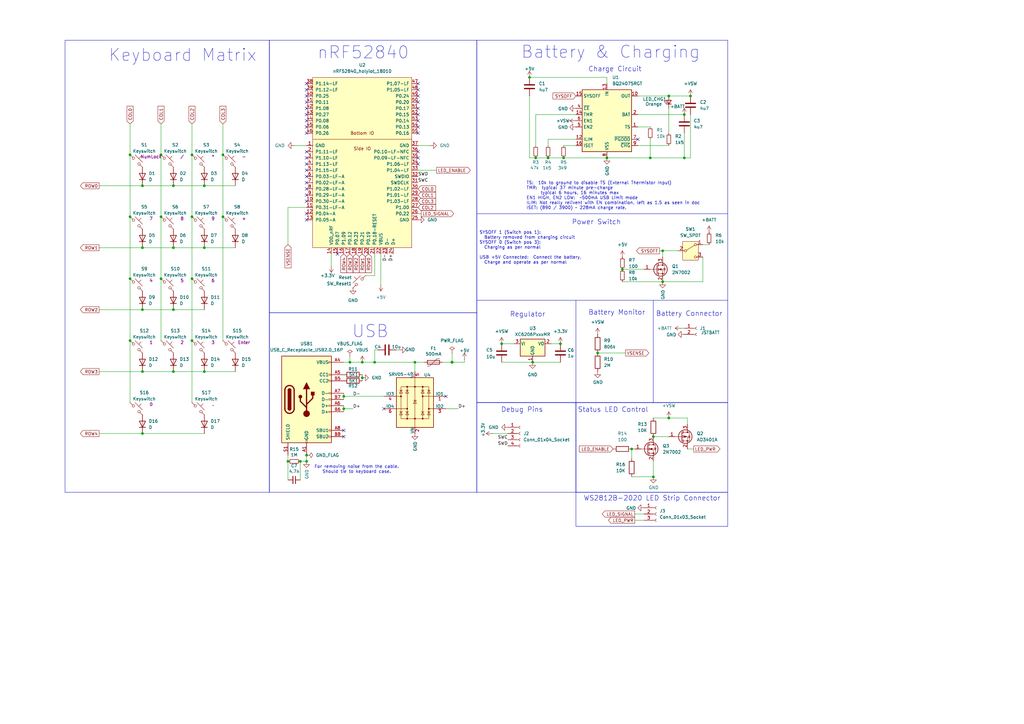
<source format=kicad_sch>
(kicad_sch (version 20231120) (generator "eeschema") (generator_version "8.0")
  (paper "A3")
  (junction (at 58.42 127))
  (junction (at 78.74 63.5))
  (junction (at 271.78 102.87))
  (junction (at 255.27 110.49))
  (junction (at 83.82 101.6))
  (junction (at 148.59 148.59))
  (junction (at 125.73 186.69))
  (junction (at 53.34 139.7))
  (junction (at 66.04 88.9))
  (junction (at 283.21 39.37))
  (junction (at 118.11 189.23))
  (junction (at 170.18 148.59))
  (junction (at 66.04 63.5))
  (junction (at 91.44 88.9))
  (junction (at 271.78 115.57))
  (junction (at 259.08 184.15))
  (junction (at 280.67 46.99))
  (junction (at 143.51 148.59))
  (junction (at 53.34 63.5))
  (junction (at 78.74 88.9))
  (junction (at 140.97 167.64))
  (junction (at 71.12 76.2))
  (junction (at 248.92 64.77))
  (junction (at 58.42 101.6))
  (junction (at 185.42 148.59) (diameter 1.016))
  (junction (at 218.44 148.59))
  (junction (at 217.17 31.75))
  (junction (at 148.59 154.94))
  (junction (at 91.44 63.5))
  (junction (at 267.97 179.07))
  (junction (at 53.34 88.9))
  (junction (at 224.79 64.77))
  (junction (at 71.12 127))
  (junction (at 83.82 152.4))
  (junction (at 58.42 76.2))
  (junction (at 280.67 64.77))
  (junction (at 71.12 101.6))
  (junction (at 123.19 189.23))
  (junction (at 153.67 148.59))
  (junction (at 53.34 114.3))
  (junction (at 231.14 64.77))
  (junction (at 229.87 140.97))
  (junction (at 78.74 114.3))
  (junction (at 66.04 114.3))
  (junction (at 125.73 189.23))
  (junction (at 205.74 140.97))
  (junction (at 58.42 152.4))
  (junction (at 266.7 64.77))
  (junction (at 274.32 39.37))
  (junction (at 219.71 64.77))
  (junction (at 78.74 139.7))
  (junction (at 274.32 171.45))
  (junction (at 58.42 177.8))
  (junction (at 140.97 162.56))
  (junction (at 83.82 76.2))
  (junction (at 71.12 152.4))
  (junction (at 267.97 195.58))
  (junction (at 245.11 144.78))
  (no_connect (at 171.45 52.07))
  (no_connect (at 125.73 72.39))
  (no_connect (at 171.45 34.29))
  (no_connect (at 125.73 77.47))
  (no_connect (at 261.62 57.15))
  (no_connect (at 125.73 34.29))
  (no_connect (at 125.73 44.45))
  (no_connect (at 157.48 167.64))
  (no_connect (at 171.45 46.99))
  (no_connect (at 125.73 80.01))
  (no_connect (at 125.73 87.63))
  (no_connect (at 125.73 52.07))
  (no_connect (at 171.45 67.31))
  (no_connect (at 125.73 49.53))
  (no_connect (at 171.45 64.77))
  (no_connect (at 125.73 39.37))
  (no_connect (at 140.97 179.07))
  (no_connect (at 171.45 49.53))
  (no_connect (at 125.73 74.93))
  (no_connect (at 125.73 41.91))
  (no_connect (at 171.45 39.37))
  (no_connect (at 171.45 36.83))
  (no_connect (at 125.73 54.61))
  (no_connect (at 171.45 54.61))
  (no_connect (at 125.73 62.23))
  (no_connect (at 138.43 104.14))
  (no_connect (at 125.73 67.31))
  (no_connect (at 171.45 44.45))
  (no_connect (at 171.45 41.91))
  (no_connect (at 182.88 162.56))
  (no_connect (at 125.73 69.85))
  (no_connect (at 125.73 82.55))
  (no_connect (at 125.73 46.99))
  (no_connect (at 125.73 64.77))
  (no_connect (at 125.73 90.17))
  (no_connect (at 171.45 62.23))
  (no_connect (at 140.97 176.53))
  (no_connect (at 125.73 36.83))
  (wire (pts (xy 261.62 59.69) (xy 274.32 59.69)))
  (wire (pts (xy 245.11 144.78) (xy 256.54 144.78)))
  (wire (pts (xy 71.12 152.4) (xy 83.82 152.4)))
  (wire (pts (xy 118.11 85.09) (xy 118.11 100.33)))
  (wire (pts (xy 53.34 114.3) (xy 53.34 139.7)))
  (wire (pts (xy 274.32 179.07) (xy 267.97 179.07)))
  (wire (pts (xy 274.32 39.37) (xy 283.21 39.37)))
  (wire (pts (xy 201.93 177.8) (xy 208.28 177.8)))
  (wire (pts (xy 120.65 59.69) (xy 125.73 59.69)))
  (wire (pts (xy 78.74 88.9) (xy 78.74 114.3)))
  (wire (pts (xy 78.74 114.3) (xy 78.74 139.7)))
  (wire (pts (xy 224.79 57.15) (xy 224.79 59.69)))
  (wire (pts (xy 148.59 153.67) (xy 148.59 154.94)))
  (wire (pts (xy 58.42 101.6) (xy 71.12 101.6)))
  (wire (pts (xy 91.44 88.9) (xy 91.44 139.7)))
  (wire (pts (xy 71.12 101.6) (xy 83.82 101.6)))
  (wire (pts (xy 153.67 104.14) (xy 153.67 113.03)))
  (wire (pts (xy 58.42 101.6) (xy 40.64 101.6)))
  (wire (pts (xy 140.97 161.29) (xy 140.97 162.56)))
  (wire (pts (xy 171.45 87.63) (xy 172.72 87.63)))
  (wire (pts (xy 140.97 162.56) (xy 157.48 162.56)))
  (wire (pts (xy 217.17 31.75) (xy 248.92 31.75)))
  (wire (pts (xy 231.14 64.77) (xy 248.92 64.77)))
  (wire (pts (xy 53.34 50.8) (xy 53.34 63.5)))
  (wire (pts (xy 123.19 196.85) (xy 123.19 189.23)))
  (wire (pts (xy 154.94 143.51) (xy 153.67 143.51)))
  (wire (pts (xy 190.5 147.32) (xy 190.5 148.59)))
  (wire (pts (xy 218.44 148.59) (xy 229.87 148.59)))
  (wire (pts (xy 91.44 50.8) (xy 91.44 63.5)))
  (wire (pts (xy 58.42 152.4) (xy 40.64 152.4)))
  (wire (pts (xy 260.35 213.36) (xy 264.16 213.36)))
  (wire (pts (xy 217.17 39.37) (xy 217.17 64.77)))
  (wire (pts (xy 143.51 148.59) (xy 148.59 148.59)))
  (wire (pts (xy 261.62 46.99) (xy 280.67 46.99)))
  (wire (pts (xy 236.22 46.99) (xy 219.71 46.99)))
  (wire (pts (xy 205.74 148.59) (xy 218.44 148.59)))
  (wire (pts (xy 274.32 44.45) (xy 274.32 54.61)))
  (wire (pts (xy 58.42 76.2) (xy 71.12 76.2)))
  (wire (pts (xy 185.42 148.59) (xy 190.5 148.59)))
  (wire (pts (xy 83.82 76.2) (xy 96.52 76.2)))
  (polyline (pts (xy 267.97 123.19) (xy 267.97 165.1)))
  (wire (pts (xy 259.08 184.15) (xy 260.35 184.15)))
  (wire (pts (xy 153.67 143.51) (xy 153.67 148.59)))
  (wire (pts (xy 171.45 69.85) (xy 179.07 69.85)))
  (wire (pts (xy 181.61 148.59) (xy 185.42 148.59)))
  (wire (pts (xy 66.04 63.5) (xy 66.04 88.9)))
  (wire (pts (xy 58.42 152.4) (xy 71.12 152.4)))
  (wire (pts (xy 162.56 143.51) (xy 163.83 143.51)))
  (wire (pts (xy 58.42 127) (xy 40.64 127)))
  (wire (pts (xy 71.12 76.2) (xy 83.82 76.2)))
  (wire (pts (xy 148.59 148.59) (xy 153.67 148.59)))
  (wire (pts (xy 270.51 102.87) (xy 271.78 102.87)))
  (wire (pts (xy 255.27 115.57) (xy 271.78 115.57)))
  (wire (pts (xy 266.7 57.15) (xy 266.7 64.77)))
  (wire (pts (xy 58.42 127) (xy 71.12 127)))
  (wire (pts (xy 205.74 140.97) (xy 210.82 140.97)))
  (wire (pts (xy 140.97 162.56) (xy 140.97 163.83)))
  (wire (pts (xy 153.67 148.59) (xy 170.18 148.59)))
  (wire (pts (xy 78.74 63.5) (xy 78.74 88.9)))
  (wire (pts (xy 58.42 177.8) (xy 40.64 177.8)))
  (wire (pts (xy 140.97 166.37) (xy 140.97 167.64)))
  (polyline (pts (xy 195.58 87.63) (xy 298.45 87.63)))
  (wire (pts (xy 231.14 59.69) (xy 236.22 59.69)))
  (wire (pts (xy 148.59 154.94) (xy 148.59 156.21)))
  (wire (pts (xy 281.94 184.15) (xy 284.48 184.15)))
  (wire (pts (xy 260.35 210.82) (xy 264.16 210.82)))
  (wire (pts (xy 140.97 167.64) (xy 140.97 168.91)))
  (wire (pts (xy 283.21 46.99) (xy 283.21 64.77)))
  (wire (pts (xy 91.44 63.5) (xy 91.44 88.9)))
  (wire (pts (xy 219.71 64.77) (xy 224.79 64.77)))
  (wire (pts (xy 259.08 195.58) (xy 267.97 195.58)))
  (polyline (pts (xy 236.22 123.19) (xy 236.22 165.1)))
  (wire (pts (xy 288.29 115.57) (xy 288.29 105.41)))
  (wire (pts (xy 78.74 139.7) (xy 78.74 165.1)))
  (wire (pts (xy 83.82 101.6) (xy 96.52 101.6)))
  (wire (pts (xy 53.34 88.9) (xy 53.34 114.3)))
  (wire (pts (xy 182.88 167.64) (xy 187.96 167.64)))
  (wire (pts (xy 219.71 46.99) (xy 219.71 59.69)))
  (wire (pts (xy 261.62 39.37) (xy 274.32 39.37)))
  (wire (pts (xy 40.64 76.2) (xy 58.42 76.2)))
  (wire (pts (xy 185.42 144.78) (xy 185.42 148.59)))
  (wire (pts (xy 271.78 102.87) (xy 278.13 102.87)))
  (wire (pts (xy 118.11 85.09) (xy 125.73 85.09)))
  (wire (pts (xy 149.86 113.03) (xy 153.67 113.03)))
  (wire (pts (xy 118.11 189.23) (xy 118.11 196.85)))
  (wire (pts (xy 280.67 64.77) (xy 283.21 64.77)))
  (wire (pts (xy 123.19 189.23) (xy 125.73 189.23)))
  (wire (pts (xy 255.27 110.49) (xy 264.16 110.49)))
  (wire (pts (xy 266.7 64.77) (xy 280.67 64.77)))
  (polyline (pts (xy 195.58 123.19) (xy 298.45 123.19)))
  (wire (pts (xy 135.89 104.14) (xy 135.89 109.22)))
  (wire (pts (xy 118.11 186.69) (xy 118.11 189.23)))
  (wire (pts (xy 267.97 171.45) (xy 274.32 171.45)))
  (wire (pts (xy 58.42 177.8) (xy 83.82 177.8)))
  (wire (pts (xy 170.18 148.59) (xy 173.99 148.59)))
  (wire (pts (xy 156.21 104.14) (xy 156.21 116.84)))
  (wire (pts (xy 143.51 146.05) (xy 143.51 148.59)))
  (wire (pts (xy 53.34 63.5) (xy 53.34 88.9)))
  (wire (pts (xy 226.06 140.97) (xy 229.87 140.97)))
  (wire (pts (xy 271.78 102.87) (xy 271.78 105.41)))
  (wire (pts (xy 53.34 139.7) (xy 53.34 165.1)))
  (wire (pts (xy 66.04 88.9) (xy 66.04 114.3)))
  (wire (pts (xy 271.78 115.57) (xy 288.29 115.57)))
  (wire (pts (xy 170.18 148.59) (xy 170.18 152.4)))
  (wire (pts (xy 281.94 171.45) (xy 281.94 173.99)))
  (wire (pts (xy 259.08 184.15) (xy 259.08 187.96)))
  (wire (pts (xy 125.73 186.69) (xy 125.73 189.23)))
  (wire (pts (xy 171.45 59.69) (xy 176.53 59.69)))
  (wire (pts (xy 279.4 134.62) (xy 280.67 134.62)))
  (wire (pts (xy 261.62 52.07) (xy 266.7 52.07)))
  (wire (pts (xy 83.82 152.4) (xy 96.52 152.4)))
  (wire (pts (xy 224.79 64.77) (xy 231.14 64.77)))
  (wire (pts (xy 288.29 100.33) (xy 290.83 100.33)))
  (wire (pts (xy 248.92 64.77) (xy 266.7 64.77)))
  (wire (pts (xy 248.92 31.75) (xy 248.92 34.29)))
  (wire (pts (xy 66.04 114.3) (xy 66.04 139.7)))
  (wire (pts (xy 140.97 148.59) (xy 143.51 148.59)))
  (wire (pts (xy 217.17 64.77) (xy 219.71 64.77)))
  (wire (pts (xy 71.12 127) (xy 83.82 127)))
  (wire (pts (xy 236.22 57.15) (xy 224.79 57.15)))
  (wire (pts (xy 274.32 171.45) (xy 281.94 171.45)))
  (wire (pts (xy 267.97 189.23) (xy 267.97 195.58)))
  (wire (pts (xy 66.04 50.8) (xy 66.04 63.5)))
  (wire (pts (xy 140.97 167.64) (xy 144.78 167.64)))
  (wire (pts (xy 280.67 54.61) (xy 280.67 64.77)))
  (wire (pts (xy 78.74 50.8) (xy 78.74 63.5)))
  (rectangle (start 236.22 201.93) (end 298.45 215.9))
  (rectangle (start 236.22 165.1) (end 298.45 201.93))
  (rectangle (start 195.58 16.51) (end 298.45 165.1))
  (rectangle (start 110.49 128.27) (end 195.58 201.93))
  (rectangle (start 195.58 165.1) (end 236.22 201.93))
  (rectangle (start 110.49 16.51) (end 195.58 128.27))
  (rectangle (start 26.67 16.51) (end 110.49 201.93))
  (text "Status LED Control" (at 251.46 168.148 0) (effects (font (size 2 2))))
  (text "WS2812B-2020 LED Strip Connector\n" (at 267.462 204.47 0) (effects (font (size 2 2))))
  (text "USB" (at 144.272 138.938 0) (effects (font (size 5.0038 5.0038)) (justify left bottom)))
  (text "Battery & Charging" (at 250.444 24.384 0) (effects (font (size 5.0038 5.0038)) (justify bottom)))
  (text "nRF52840" (at 130.048 24.638 0) (effects (font (size 5.0038 5.0038)) (justify left bottom)))
  (text "Charge Circuit" (at 252.222 28.448 0) (effects (font (size 2 2))))
  (text "Battery Connector" (at 282.702 128.778 0) (effects (font (size 2 2))))
  (text "Power Switch" (at 244.602 91.186 0) (effects (font (size 2 2))))
  (text "Keyboard Matrix" (at 44.45 25.654 0) (effects (font (size 5.0038 5.0038)) (justify left bottom)))
  (text "SYSOFF 1 (Switch pos 1):  \n  Battery removed from charging circuit\nSYSOFF 0 (Switch pos 3):  \n  Charging as per normal\n\nUSB +5V Connected:  Connect the battery, \n  Charge and operate as per normal" (at 196.596 101.6 0) (effects (font (size 1.27 1.27)) (justify left)))
  (text "Debug Pins" (at 214.122 168.148 0) (effects (font (size 2 2))))
  (text "For removing noise from the cable.\nShould tie to keyboard case." (at 146.304 192.532 0) (effects (font (size 1.27 1.27))))
  (text "Battery Monitor" (at 252.984 128.27 0) (effects (font (size 2 2))))
  (text "Regulator" (at 216.408 129.032 0) (effects (font (size 2 2))))
  (text "TS:  10k to ground to disable TS (External Thermistor Input)\nTMR:  typical 37 minute pre-charge\n      typical 6 hours, 16 minutes max\nEN1 HIGH, EN2 LOW:  ~500mA USB Limit mode\nILIM: Not really relivent with EN combination, left as 1.5 as seen in doc\nISET: (890 / 3900) ~ 228mA charge rate." (at 215.9 80.264 0) (effects (font (size 1.27 1.27)) (justify left)))
  (label "SWD" (at 171.45 72.39 0))
  (label "SWC" (at 171.45 74.93 0))
  (label "SWD" (at 208.28 182.88 180))
  (label "D+" (at 187.96 167.64 0))
  (label "D+" (at 144.78 167.64 0))
  (label "D-" (at 158.75 104.14 270))
  (label "D-" (at 144.78 162.56 0))
  (label "SWC" (at 208.28 180.34 180))
  (label "D+" (at 161.29 104.14 270))
  (global_label "COL3" (shape input) (at 171.45 82.55 0) (property "Intersheetrefs" "${INTERSHEET_REFS}" (effects (hide yes))))
  (global_label "LED_ENABLE" (shape output) (at 179.07 69.85 0) (property "Intersheetrefs" "${INTERSHEET_REFS}" (effects (hide yes))))
  (global_label "LED_ENABLE" (shape input) (at 251.46 184.15 180) (property "Intersheetrefs" "${INTERSHEET_REFS}" (effects (hide yes))))
  (global_label "VSENSE" (shape input) (at 118.11 100.33 270) (property "Intersheetrefs" "${INTERSHEET_REFS}" (effects (hide yes))))
  (global_label "ROW0" (shape output) (at 40.64 76.2 180) (property "Intersheetrefs" "${INTERSHEET_REFS}" (effects (hide yes))))
  (global_label "ROW1" (shape input) (at 148.59 104.14 270) (property "Intersheetrefs" "${INTERSHEET_REFS}" (effects (hide yes))))
  (global_label "COL1" (shape input) (at 171.45 80.01 0) (property "Intersheetrefs" "${INTERSHEET_REFS}" (effects (hide yes))))
  (global_label "ROW2" (shape input) (at 146.05 104.14 270) (property "Intersheetrefs" "${INTERSHEET_REFS}" (effects (hide yes))))
  (global_label "SYSOFF" (shape input) (at 236.22 39.37 180) (property "Intersheetrefs" "${INTERSHEET_REFS}" (effects (hide yes))))
  (global_label "COL1" (shape input) (at 66.04 50.8 90) (property "Intersheetrefs" "${INTERSHEET_REFS}" (effects (hide yes))))
  (global_label "ROW4" (shape input) (at 140.97 104.14 270) (property "Intersheetrefs" "${INTERSHEET_REFS}" (effects (hide yes))))
  (global_label "COL2" (shape input) (at 171.45 85.09 0) (property "Intersheetrefs" "${INTERSHEET_REFS}" (effects (hide yes))))
  (global_label "VSENSE" (shape output) (at 256.54 144.78 0) (property "Intersheetrefs" "${INTERSHEET_REFS}" (effects (hide yes))))
  (global_label "LED_PWR" (shape output) (at 284.48 184.15 0) (property "Intersheetrefs" "${INTERSHEET_REFS}" (effects (hide yes))))
  (global_label "ROW3" (shape output) (at 40.64 152.4 180) (property "Intersheetrefs" "${INTERSHEET_REFS}" (effects (hide yes))))
  (global_label "ROW0" (shape input) (at 151.13 104.14 270) (property "Intersheetrefs" "${INTERSHEET_REFS}" (effects (hide yes))))
  (global_label "LED_SIGNAL" (shape output) (at 172.72 87.63 0) (property "Intersheetrefs" "${INTERSHEET_REFS}" (effects (hide yes))))
  (global_label "LED_SIGNAL" (shape output) (at 260.35 210.82 180) (property "Intersheetrefs" "${INTERSHEET_REFS}" (effects (hide yes))))
  (global_label "COL3" (shape input) (at 91.44 50.8 90) (property "Intersheetrefs" "${INTERSHEET_REFS}" (effects (hide yes))))
  (global_label "ROW4" (shape output) (at 40.64 177.8 180) (property "Intersheetrefs" "${INTERSHEET_REFS}" (effects (hide yes))))
  (global_label "LED_PWR" (shape output) (at 260.35 213.36 180) (property "Intersheetrefs" "${INTERSHEET_REFS}" (effects (hide yes))))
  (global_label "SYSOFF" (shape output) (at 270.51 102.87 180) (property "Intersheetrefs" "${INTERSHEET_REFS}" (effects (hide yes))))
  (global_label "COL0" (shape input) (at 53.34 50.8 90) (property "Intersheetrefs" "${INTERSHEET_REFS}" (effects (hide yes))))
  (global_label "ROW1" (shape output) (at 40.64 101.6 180) (property "Intersheetrefs" "${INTERSHEET_REFS}" (effects (hide yes))))
  (global_label "ROW2" (shape output) (at 40.64 127 180) (property "Intersheetrefs" "${INTERSHEET_REFS}" (effects (hide yes))))
  (global_label "COL2" (shape input) (at 78.74 50.8 90) (property "Intersheetrefs" "${INTERSHEET_REFS}" (effects (hide yes))))
  (global_label "COL0" (shape input) (at 171.45 77.47 0) (property "Intersheetrefs" "${INTERSHEET_REFS}" (effects (hide yes))))
  (global_label "ROW3" (shape input) (at 143.51 104.14 270) (property "Intersheetrefs" "${INTERSHEET_REFS}" (effects (hide yes))))
  (symbol (lib_id "ScottoKeebs:Placeholder_Keyswitch") (at 68.58 142.24 0) (unit 1)
    (property "Reference" "S13" (at 71.882 135.636 0))
    (property "Value" "Keyswitch" (at 71.882 138.176 0))
    (property "Footprint" "PCM_marbastlib-xp-gateron_lp:SW_KS33_HS_KS-2P02B01-02_HS_1u" (effects (hide yes)))
    (property "Description" "2" (at 74.676 140.462 0))
  )
  (symbol (lib_id "ScottoKeebs:Placeholder_Keyswitch") (at 68.58 66.04 0) (unit 1)
    (property "Reference" "S2" (at 71.882 59.436 0))
    (property "Value" "Keyswitch" (at 71.882 61.976 0))
    (property "Footprint" "PCM_marbastlib-xp-gateron_lp:SW_KS33_HS_KS-2P02B01-02_HS_1u" (effects (hide yes)))
    (property "Description" "/" (at 74.676 64.262 0))
  )
  (symbol (lib_id "power:GND") (at 148.59 154.94 90) (unit 1)
    (property "Reference" "#PWR027" (effects (hide yes)))
    (property "Value" "GND" (at 152.4 154.9399 90) (effects (justify right)))
    (property "Description" "Power symbol creates a global label with name \"GND\" , ground" (effects (hide yes)))
  )
  (symbol (lib_id "Transistor_FET:2N7002") (at 269.24 110.49 0) (unit 1)
    (property "Reference" "Q1" (at 275.59 109.2199 0) (effects (justify left)))
    (property "Value" "2N7002" (at 275.59 111.7599 0) (effects (justify left)))
    (property "Footprint" "Package_TO_SOT_SMD:SOT-23" (effects (hide yes)))
    (property "Datasheet" "https://www.onsemi.com/pub/Collateral/NDS7002A-D.PDF" (effects (hide yes)))
    (property "Description" "0.115A Id, 60V Vds, N-Channel MOSFET, SOT-23" (effects (hide yes)))
  )
  (symbol (lib_id "Device:R_Small") (at 231.14 62.23 0) (unit 1)
    (property "Reference" "R5" (at 231.14 66.548 0))
    (property "Value" "3k9" (at 228.854 68.834 0) (effects (justify left)))
    (property "Footprint" "Resistor_SMD:R_0603_1608Metric_Pad0.98x0.95mm_HandSolder" (effects (hide yes)))
    (property "Description" "Resistor, small symbol" (effects (hide yes)))
  )
  (symbol (lib_id "power:GND") (at 163.83 143.51 90) (unit 1)
    (property "Reference" "#PWR022" (effects (hide yes)))
    (property "Value" "GND" (at 168.2242 143.383 90))
  )
  (symbol (lib_id "Device:R_Small") (at 219.71 62.23 0) (unit 1)
    (property "Reference" "R3" (at 219.71 66.548 0))
    (property "Value" "47k" (at 217.424 68.834 0) (effects (justify left)))
    (property "Footprint" "Resistor_SMD:R_0603_1608Metric_Pad0.98x0.95mm_HandSolder" (effects (hide yes)))
    (property "Description" "Resistor, small symbol" (effects (hide yes)))
  )
  (symbol (lib_id "Device:D") (at 83.82 173.99 90) (unit 1)
    (property "Reference" "D17" (at 86.36 172.7199 90) (effects (justify right)))
    (property "Value" "D" (at 86.36 175.2599 90) (effects (justify right)))
    (property "Footprint" "ScottoKeebs_Components:Diode_SOD-123" (effects (hide yes)))
    (property "Description" "Diode" (effects (hide yes)))
    (property "Sim.Device" "D" (effects (hide yes)))
    (property "Sim.Pins" "1=K 2=A" (effects (hide yes)))
  )
  (symbol (lib_id "Connector:Conn_01x02_Socket") (at 285.75 134.62 0) (unit 1)
    (property "Reference" "J1" (at 287.02 134.6199 0) (effects (justify left)))
    (property "Value" "JSTBATT" (at 287.528 136.398 0) (effects (justify left)))
    (property "Footprint" "Connector_JST:JST_PH_S2B-PH-K_1x02_P2.00mm_Horizontal" (effects (hide yes)))
    (property "Description" "Generic connector, single row, 01x02, script generated" (effects (hide yes)))
  )
  (symbol (lib_id "power:PWR_FLAG") (at 185.42 144.78 0) (unit 1)
    (property "Reference" "#FLG01" (effects (hide yes)))
    (property "Value" "PWR_FLAG" (at 185.42 139.7 0))
    (property "Description" "Special symbol for telling ERC where power comes from" (effects (hide yes)))
  )
  (symbol (lib_id "Device:D") (at 58.42 148.59 90) (unit 1)
    (property "Reference" "D12" (at 60.96 147.3199 90) (effects (justify right)))
    (property "Value" "D" (at 60.96 149.8599 90) (effects (justify right)))
    (property "Footprint" "ScottoKeebs_Components:Diode_SOD-123" (effects (hide yes)))
    (property "Description" "Diode" (effects (hide yes)))
    (property "Sim.Device" "D" (effects (hide yes)))
    (property "Sim.Pins" "1=K 2=A" (effects (hide yes)))
  )
  (symbol (lib_id "power:+5V") (at 255.27 105.41 0) (unit 1)
    (property "Reference" "#PWR012" (effects (hide yes)))
    (property "Value" "+5V" (at 255.27 100.33 0))
    (property "Description" "Power symbol creates a global label with name \"+5V\"" (effects (hide yes)))
  )
  (symbol (lib_id "Device:C") (at 280.67 50.8 0) (unit 1)
    (property "Reference" "C3" (at 284.48 49.5299 0) (effects (justify left)))
    (property "Value" "4u7" (at 284.48 52.0699 0) (effects (justify left)))
    (property "Footprint" "Capacitor_SMD:C_0603_1608Metric" (effects (hide yes)))
    (property "Description" "Unpolarized capacitor" (effects (hide yes)))
  )
  (symbol (lib_id "Connector:Conn_01x04_Socket") (at 213.36 177.8 0) (unit 1)
    (property "Reference" "J2" (at 214.63 177.7999 0) (effects (justify left)))
    (property "Value" "Conn_01x04_Socket" (at 214.63 180.3399 0) (effects (justify left)))
    (property "Footprint" "Connector_PinHeader_2.54mm:PinHeader_1x04_P2.54mm_Vertical" (effects (hide yes)))
    (property "Description" "Generic connector, single row, 01x04, script generated" (effects (hide yes)))
  )
  (symbol (lib_id "Device:C") (at 158.75 143.51 270) (unit 1)
    (property "Reference" "C4" (at 154.94 142.24 90))
    (property "Value" "10u" (at 162.56 142.24 90))
    (property "Footprint" "Capacitor_SMD:C_0603_1608Metric" (effects (hide yes)))
    (property "JLCSMT" "C19702" (effects (hide yes)))
    (property "LCSC" "C19702" (effects (hide yes)))
    (property "MPN" "CL10A106KP8NNNC" (effects (hide yes)))
    (property "Manufacturer" "Samsung Electro-Mechanics" (effects (hide yes)))
  )
  (symbol (lib_id "Device:D") (at 96.52 72.39 90) (unit 1)
    (property "Reference" "D4" (at 99.06 71.1199 90) (effects (justify right)))
    (property "Value" "D" (at 99.06 73.6599 90) (effects (justify right)))
    (property "Footprint" "ScottoKeebs_Components:Diode_SOD-123" (effects (hide yes)))
    (property "Description" "Diode" (effects (hide yes)))
    (property "Sim.Device" "D" (effects (hide yes)))
    (property "Sim.Pins" "1=K 2=A" (effects (hide yes)))
  )
  (symbol (lib_id "ScottoKeebs:Placeholder_Keyswitch") (at 68.58 91.44 0) (unit 1)
    (property "Reference" "S6" (at 71.882 84.836 0))
    (property "Value" "Keyswitch" (at 71.882 87.376 0))
    (property "Footprint" "PCM_marbastlib-xp-gateron_lp:SW_KS33_HS_KS-2P02B01-02_HS_1u" (effects (hide yes)))
    (property "Description" "8" (at 74.676 89.662 0))
  )
  (symbol (lib_id "power:+BATT") (at 290.83 95.25 0) (unit 1)
    (property "Reference" "#PWR011" (effects (hide yes)))
    (property "Value" "+BATT" (at 290.83 90.17 0))
    (property "Description" "Power symbol creates a global label with name \"+BATT\"" (effects (hide yes)))
  )
  (symbol (lib_id "power:GND") (at 271.78 115.57 0) (unit 1)
    (property "Reference" "#PWR014" (effects (hide yes)))
    (property "Value" "GND" (at 271.907 118.8212 90) (effects (justify right)))
  )
  (symbol (lib_id "power:GND") (at 208.28 175.26 270) (unit 1)
    (property "Reference" "#PWR029" (effects (hide yes)))
    (property "Value" "GND" (at 204.47 175.2599 90) (effects (justify right)))
    (property "Description" "Power symbol creates a global label with name \"GND\" , ground" (effects (hide yes)))
  )
  (symbol (lib_id "power:+5V") (at 156.21 116.84 180) (unit 1)
    (property "Reference" "#PWR015" (effects (hide yes)))
    (property "Value" "+5V" (at 156.21 121.92 0))
    (property "Description" "Power symbol creates a global label with name \"+5V\"" (effects (hide yes)))
  )
  (symbol (lib_id "power:GND") (at 236.22 52.07 270) (unit 1)
    (property "Reference" "#PWR06" (effects (hide yes)))
    (property "Value" "GND" (at 232.9688 52.197 90) (effects (justify right)))
  )
  (symbol (lib_id "ScottoKeebs:Placeholder_Keyswitch") (at 55.88 91.44 0) (unit 1)
    (property "Reference" "S5" (at 59.182 84.836 0))
    (property "Value" "Keyswitch" (at 59.182 87.376 0))
    (property "Footprint" "PCM_marbastlib-xp-gateron_lp:SW_KS33_HS_KS-2P02B01-02_HS_1u" (effects (hide yes)))
    (property "Description" "7" (at 61.976 89.662 0))
  )
  (symbol (lib_id "power:GND") (at 264.16 208.28 270) (unit 1)
    (property "Reference" "#PWR034" (effects (hide yes)))
    (property "Value" "GND" (at 260.9088 208.407 90) (effects (justify right)))
  )
  (symbol (lib_id "Switch:SW_SPDT") (at 283.21 102.87 0) (unit 1)
    (property "Reference" "SW1" (at 283.21 93.98 0))
    (property "Value" "SW_SPDT" (at 283.21 96.52 0))
    (property "Footprint" "PCM_marbastlib-various:SW_MSK12C02-HB" (effects (hide yes)))
    (property "Description" "Switch, single pole double throw" (effects (hide yes)))
  )
  (symbol (lib_id "Device:R") (at 144.78 156.21 90) (unit 1)
    (property "Reference" "R12" (at 144.78 158.242 90))
    (property "Value" "5K1" (at 145.034 156.21 90))
    (property "Footprint" "Resistor_SMD:R_0603_1608Metric_Pad0.98x0.95mm_HandSolder" (effects (hide yes)))
    (property "Description" "Resistor" (effects (hide yes)))
  )
  (symbol (lib_id "Device:D") (at 96.52 148.59 90) (unit 1)
    (property "Reference" "D15" (at 99.06 147.3199 90) (effects (justify right)))
    (property "Value" "D" (at 99.06 149.8599 90) (effects (justify right)))
    (property "Footprint" "ScottoKeebs_Components:Diode_SOD-123" (effects (hide yes)))
    (property "Description" "Diode" (effects (hide yes)))
    (property "Sim.Device" "D" (effects (hide yes)))
    (property "Sim.Pins" "1=K 2=A" (effects (hide yes)))
  )
  (symbol (lib_id "power:+BATT") (at 279.4 134.62 90) (unit 1)
    (property "Reference" "#PWR017" (effects (hide yes)))
    (property "Value" "+BATT" (at 275.59 134.6199 90) (effects (justify left)))
    (property "Description" "Power symbol creates a global label with name \"+BATT\"" (effects (hide yes)))
  )
  (symbol (lib_id "power:+5V") (at 190.5 147.32 0) (unit 1)
    (property "Reference" "#PWR023" (effects (hide yes)))
    (property "Value" "+5V" (at 190.5 143.7726 0))
  )
  (symbol (lib_id "ScottoKeebs:Placeholder_Keyswitch") (at 55.88 142.24 0) (unit 1)
    (property "Reference" "S12" (at 59.182 135.636 0))
    (property "Value" "Keyswitch" (at 59.182 138.176 0))
    (property "Footprint" "PCM_marbastlib-xp-gateron_lp:SW_KS33_HS_KS-2P02B01-02_HS_1u" (effects (hide yes)))
    (property "Description" "1" (at 61.976 140.462 0))
  )
  (symbol (lib_id "ScottoKeebs:Placeholder_Keyswitch") (at 81.28 116.84 0) (unit 1)
    (property "Reference" "S11" (at 84.582 110.236 0))
    (property "Value" "Keyswitch" (at 84.582 112.776 0))
    (property "Footprint" "PCM_marbastlib-xp-gateron_lp:SW_KS33_HS_KS-2P02B01-02_HS_1u" (effects (hide yes)))
    (property "Description" "6" (at 87.376 115.062 0))
  )
  (symbol (lib_id "Device:D") (at 83.82 97.79 90) (unit 1)
    (property "Reference" "D7" (at 86.36 96.5199 90) (effects (justify right)))
    (property "Value" "D" (at 86.36 99.0599 90) (effects (justify right)))
    (property "Footprint" "ScottoKeebs_Components:Diode_SOD-123" (effects (hide yes)))
    (property "Description" "Diode" (effects (hide yes)))
    (property "Sim.Device" "D" (effects (hide yes)))
    (property "Sim.Pins" "1=K 2=A" (effects (hide yes)))
  )
  (symbol (lib_id "Device:D") (at 58.42 97.79 90) (unit 1)
    (property "Reference" "D5" (at 60.96 96.5199 90) (effects (justify right)))
    (property "Value" "D" (at 60.96 99.0599 90) (effects (justify right)))
    (property "Footprint" "ScottoKeebs_Components:Diode_SOD-123" (effects (hide yes)))
    (property "Description" "Diode" (effects (hide yes)))
    (property "Sim.Device" "D" (effects (hide yes)))
    (property "Sim.Pins" "1=K 2=A" (effects (hide yes)))
  )
  (symbol (lib_id "power:GND") (at 245.11 152.4 0) (unit 1)
    (property "Reference" "#PWR026" (effects (hide yes)))
    (property "Value" "GND" (at 245.237 156.7942 0))
  )
  (symbol (lib_id "ScottoKeebs:Placeholder_Keyswitch") (at 55.88 167.64 0) (unit 1)
    (property "Reference" "S16" (at 59.182 161.036 0))
    (property "Value" "Keyswitch" (at 59.182 163.576 0))
    (property "Footprint" "PCM_marbastlib-xp-gateron_lp:SW_KS33_HS_KS-2P02B01-02_HS_1u" (effects (hide yes)))
    (property "Description" "0" (at 61.976 165.862 0))
  )
  (symbol (lib_id "power:GND") (at 176.53 59.69 90) (unit 1)
    (property "Reference" "#PWR08" (effects (hide yes)))
    (property "Value" "GND" (at 180.34 59.6899 90) (effects (justify right)))
    (property "Description" "Power symbol creates a global label with name \"GND\" , ground" (effects (hide yes)))
  )
  (symbol (lib_id "Device:D") (at 96.52 97.79 90) (unit 1)
    (property "Reference" "D8" (at 99.06 96.5199 90) (effects (justify right)))
    (property "Value" "D" (at 99.06 99.0599 90) (effects (justify right)))
    (property "Footprint" "ScottoKeebs_Components:Diode_SOD-123" (effects (hide yes)))
    (property "Description" "Diode" (effects (hide yes)))
    (property "Sim.Device" "D" (effects (hide yes)))
    (property "Sim.Pins" "1=K 2=A" (effects (hide yes)))
  )
  (symbol (lib_id "ScottoKeebs:Placeholder_Keyswitch") (at 93.98 91.44 0) (unit 1)
    (property "Reference" "S8" (at 97.282 84.836 0))
    (property "Value" "Keyswitch" (at 97.282 87.376 0))
    (property "Footprint" "PCM_marbastlib-xp-gateron_lp:SW_KS33_HS_KS-2P02B01-02_HS_1u" (effects (hide yes)))
    (property "Description" "+" (at 100.076 89.662 0))
  )
  (symbol (lib_id "Device:R") (at 267.97 175.26 0) (mirror y) (unit 1)
    (property "Reference" "R13" (at 265.43 173.9899 0) (effects (justify left)))
    (property "Value" "10K" (at 265.43 176.5299 0) (effects (justify left)))
    (property "Footprint" "Resistor_SMD:R_0603_1608Metric_Pad0.98x0.95mm_HandSolder" (effects (hide yes)))
    (property "Description" "Resistor" (effects (hide yes)))
  )
  (symbol (lib_id "Battery_Management:BQ24075RGT") (at 248.92 49.53 0) (unit 1)
    (property "Reference" "U1" (at 251.1141 31.75 0) (effects (justify left)))
    (property "Value" "BQ24075RGT" (at 251.1141 34.29 0) (effects (justify left)))
    (property "Footprint" "Package_DFN_QFN:VQFN-16-1EP_3x3mm_P0.5mm_EP1.6x1.6mm" (effects (hide yes)))
    (property "Datasheet" "http://www.ti.com/lit/ds/symlink/bq24075.pdf" (effects (hide yes)))
    (property "Description" "USB-Friendly Li-Ion Battery Charger and Power-Path Management, VQFN-16" (effects (hide yes)))
  )
  (symbol (lib_id "Device:R_Small") (at 290.83 97.79 0) (unit 1)
    (property "Reference" "R6" (at 293.37 96.5199 0) (effects (justify left)))
    (property "Value" "10k" (at 293.37 99.0599 0) (effects (justify left)))
    (property "Footprint" "Resistor_SMD:R_0603_1608Metric_Pad0.98x0.95mm_HandSolder" (effects (hide yes)))
    (property "Description" "Resistor, small symbol" (effects (hide yes)))
  )
  (symbol (lib_id "power:+VSW") (at 236.22 49.53 90) (unit 1)
    (property "Reference" "#PWR05" (effects (hide yes)))
    (property "Value" "+VSW" (at 230.886 49.53 90))
    (property "Description" "Power symbol creates a global label with name \"+VSW\"" (effects (hide yes)))
  )
  (symbol (lib_id "Device:C") (at 217.17 35.56 0) (unit 1)
    (property "Reference" "C1" (at 220.98 34.2899 0) (effects (justify left)))
    (property "Value" "4u7" (at 220.98 36.8299 0) (effects (justify left)))
    (property "Footprint" "Capacitor_SMD:C_0603_1608Metric" (effects (hide yes)))
    (property "Description" "Unpolarized capacitor" (effects (hide yes)))
  )
  (symbol (lib_id "Device:R_Small") (at 255.27 107.95 0) (unit 1)
    (property "Reference" "R7" (at 257.81 106.6799 0) (effects (justify left)))
    (property "Value" "100" (at 257.81 109.2199 0) (effects (justify left)))
    (property "Footprint" "Resistor_SMD:R_0603_1608Metric_Pad0.98x0.95mm_HandSolder" (effects (hide yes)))
    (property "Description" "Resistor, small symbol" (effects (hide yes)))
  )
  (symbol (lib_id "power:+VSW") (at 274.32 171.45 0) (unit 1)
    (property "Reference" "#PWR028" (effects (hide yes)))
    (property "Value" "+VSW" (at 274.32 166.37 0))
    (property "Description" "Power symbol creates a global label with name \"+VSW\"" (effects (hide yes)))
  )
  (symbol (lib_id "ScottoKeebs:Placeholder_Keyswitch") (at 93.98 66.04 0) (unit 1)
    (property "Reference" "S4" (at 97.282 59.436 0))
    (property "Value" "Keyswitch" (at 97.282 61.976 0))
    (property "Footprint" "PCM_marbastlib-xp-gateron_lp:SW_KS33_HS_KS-2P02B01-02_HS_1u" (effects (hide yes)))
    (property "Description" "-" (at 100.076 64.262 0))
  )
  (symbol (lib_id "Device:D") (at 71.12 148.59 90) (unit 1)
    (property "Reference" "D13" (at 73.66 147.3199 90) (effects (justify right)))
    (property "Value" "D" (at 73.66 149.8599 90) (effects (justify right)))
    (property "Footprint" "ScottoKeebs_Components:Diode_SOD-123" (effects (hide yes)))
    (property "Description" "Diode" (effects (hide yes)))
    (property "Sim.Device" "D" (effects (hide yes)))
    (property "Sim.Pins" "1=K 2=A" (effects (hide yes)))
  )
  (symbol (lib_id "ScottoKeebs:Placeholder_Keyswitch") (at 81.28 91.44 0) (unit 1)
    (property "Reference" "S7" (at 84.582 84.836 0))
    (property "Value" "Keyswitch" (at 84.582 87.376 0))
    (property "Footprint" "PCM_marbastlib-xp-gateron_lp:SW_KS33_HS_KS-2P02B01-02_HS_1u" (effects (hide yes)))
    (property "Description" "9" (at 87.376 89.662 0))
  )
  (symbol (lib_id "ScottoKeebs:Placeholder_Keyswitch") (at 81.28 142.24 0) (unit 1)
    (property "Reference" "S14" (at 84.582 135.636 0))
    (property "Value" "Keyswitch" (at 84.582 138.176 0))
    (property "Footprint" "PCM_marbastlib-xp-gateron_lp:SW_KS33_HS_KS-2P02B01-02_HS_1u" (effects (hide yes)))
    (property "Description" "3" (at 87.376 140.462 0))
  )
  (symbol (lib_id "power:+VSW") (at 205.74 140.97 0) (unit 1)
    (property "Reference" "#PWR020" (effects (hide yes)))
    (property "Value" "+VSW" (at 205.74 135.89 0))
    (property "Description" "Power symbol creates a global label with name \"+VSW\"" (effects (hide yes)))
  )
  (symbol (lib_id "Device:D") (at 58.42 123.19 90) (unit 1)
    (property "Reference" "D9" (at 60.96 121.9199 90) (effects (justify right)))
    (property "Value" "D" (at 60.96 124.4599 90) (effects (justify right)))
    (property "Footprint" "ScottoKeebs_Components:Diode_SOD-123" (effects (hide yes)))
    (property "Description" "Diode" (effects (hide yes)))
    (property "Sim.Device" "D" (effects (hide yes)))
    (property "Sim.Pins" "1=K 2=A" (effects (hide yes)))
  )
  (symbol (lib_id "Connector:USB_C_Receptacle_USB2.0_16P") (at 125.73 163.83 0) (unit 1)
    (property "Reference" "USB1" (at 125.73 140.97 0))
    (property "Value" "USB_C_Receptacle_USB2.0_16P" (at 125.73 143.51 0))
    (property "Footprint" "Connector_USB:USB_C_Receptacle_HRO_TYPE-C-31-M-12" (effects (hide yes)))
    (property "Datasheet" "https://www.usb.org/sites/default/files/documents/usb_type-c.zip" (effects (hide yes)))
    (property "Description" "USB 2.0-only 16P Type-C Receptacle connector" (effects (hide yes)))
  )
  (symbol (lib_id "Device:C_Small") (at 120.65 196.85 270) (unit 1)
    (property "Reference" "C7" (at 120.65 191.0334 90))
    (property "Value" "4.7n" (at 120.65 193.3448 90))
    (property "Footprint" "Capacitor_SMD:C_0805_2012Metric" (effects (hide yes)))
  )
  (symbol (lib_id "Device:R") (at 259.08 191.77 0) (mirror y) (unit 1)
    (property "Reference" "R16" (at 256.54 190.4999 0) (effects (justify left)))
    (property "Value" "10K" (at 256.54 193.0399 0) (effects (justify left)))
    (property "Footprint" "Resistor_SMD:R_0603_1608Metric_Pad0.98x0.95mm_HandSolder" (effects (hide yes)))
    (property "Description" "Resistor" (effects (hide yes)))
  )
  (symbol (lib_id "Device:D") (at 83.82 148.59 90) (unit 1)
    (property "Reference" "D14" (at 86.36 147.3199 90) (effects (justify right)))
    (property "Value" "D" (at 86.36 149.8599 90) (effects (justify right)))
    (property "Footprint" "ScottoKeebs_Components:Diode_SOD-123" (effects (hide yes)))
    (property "Description" "Diode" (effects (hide yes)))
    (property "Sim.Device" "D" (effects (hide yes)))
    (property "Sim.Pins" "1=K 2=A" (effects (hide yes)))
  )
  (symbol (lib_id "power:+3.3V") (at 135.89 109.22 180) (unit 1)
    (property "Reference" "#PWR013" (effects (hide yes)))
    (property "Value" "+3.3V" (at 134.366 113.03 0))
    (property "Description" "Power symbol creates a global label with name \"+3.3V\"" (effects (hide yes)))
  )
  (symbol (lib_id "Device:D") (at 83.82 72.39 90) (unit 1)
    (property "Reference" "D3" (at 86.36 71.1199 90) (effects (justify right)))
    (property "Value" "D" (at 86.36 73.6599 90) (effects (justify right)))
    (property "Footprint" "ScottoKeebs_Components:Diode_SOD-123" (effects (hide yes)))
    (property "Description" "Diode" (effects (hide yes)))
    (property "Sim.Device" "D" (effects (hide yes)))
    (property "Sim.Pins" "1=K 2=A" (effects (hide yes)))
  )
  (symbol (lib_id "Device:R") (at 144.78 153.67 90) (unit 1)
    (property "Reference" "R11" (at 144.78 151.384 90))
    (property "Value" "5K1" (at 145.034 153.67 90))
    (property "Footprint" "Resistor_SMD:R_0603_1608Metric_Pad0.98x0.95mm_HandSolder" (effects (hide yes)))
    (property "Description" "Resistor" (effects (hide yes)))
  )
  (symbol (lib_id "Power_Protection:SRV05-4") (at 170.18 165.1 0) (mirror y) (unit 1)
    (property "Reference" "U4" (at 175.26 153.7928 0))
    (property "Value" "SRV05-4" (at 163.83 153.5515 0))
    (property "Footprint" "Package_TO_SOT_SMD:SOT-23-6" (effects (hide yes)))
    (property "Datasheet" "http://www.onsemi.com/pub/Collateral/SRV05-4-D.PDF" (effects (hide yes)))
    (property "JLCSMT" "C85364" (effects (hide yes)))
    (property "LCSC" "C85364" (effects (hide yes)))
    (property "MPN" "SRV05-4-P-T7" (effects (hide yes)))
    (property "Manufacturer" "ProTek Devices" (effects (hide yes)))
  )
  (symbol (lib_id "power:+VSW") (at 283.21 39.37 0) (unit 1)
    (property "Reference" "#PWR02" (effects (hide yes)))
    (property "Value" "+VSW" (at 283.21 34.29 0))
    (property "Description" "Power symbol creates a global label with name \"+VSW\"" (effects (hide yes)))
  )
  (symbol (lib_id "Device:D") (at 71.12 72.39 90) (unit 1)
    (property "Reference" "D2" (at 73.66 71.1199 90) (effects (justify right)))
    (property "Value" "D" (at 73.66 73.6599 90) (effects (justify right)))
    (property "Footprint" "ScottoKeebs_Components:Diode_SOD-123" (effects (hide yes)))
    (property "Description" "Diode" (effects (hide yes)))
    (property "Sim.Device" "D" (effects (hide yes)))
    (property "Sim.Pins" "1=K 2=A" (effects (hide yes)))
  )
  (symbol (lib_id "power:+5V") (at 217.17 31.75 0) (unit 1)
    (property "Reference" "#PWR01" (effects (hide yes)))
    (property "Value" "+5V" (at 217.17 28.2026 0))
  )
  (symbol (lib_id "power:GND") (at 144.78 118.11 0) (unit 1)
    (property "Reference" "#PWR016" (effects (hide yes)))
    (property "Value" "GND" (at 144.78 123.19 0))
    (property "Description" "Power symbol creates a global label with name \"GND\" , ground" (effects (hide yes)))
  )
  (symbol (lib_id "ScottoKeebs:Placeholder_Keyswitch") (at 68.58 116.84 0) (unit 1)
    (property "Reference" "S10" (at 71.882 110.236 0))
    (property "Value" "Keyswitch" (at 71.882 112.776 0))
    (property "Footprint" "PCM_marbastlib-xp-gateron_lp:SW_KS33_HS_KS-2P02B01-02_HS_1u" (effects (hide yes)))
    (property "Description" "5" (at 74.676 115.062 0))
  )
  (symbol (lib_id "ScottoKeebs:Placeholder_Keyswitch") (at 55.88 66.04 0) (unit 1)
    (property "Reference" "S1" (at 59.182 59.436 0))
    (property "Value" "Keyswitch" (at 59.182 61.976 0))
    (property "Footprint" "PCM_marbastlib-xp-gateron_lp:SW_KS33_HS_KS-2P02B01-02_HS_1u" (effects (hide yes)))
    (property "Description" "NumLock" (at 61.976 64.262 0))
  )
  (symbol (lib_id "Device:R") (at 245.11 148.59 0) (unit 1)
    (property "Reference" "R10" (at 247.65 147.3199 0) (effects (justify left)))
    (property "Value" "2M" (at 247.65 149.8599 0) (effects (justify left)))
    (property "Footprint" "Resistor_SMD:R_0603_1608Metric_Pad0.98x0.95mm_HandSolder" (effects (hide yes)))
    (property "Description" "Resistor" (effects (hide yes)))
  )
  (symbol (lib_id "power:+VSW") (at 245.11 137.16 0) (unit 1)
    (property "Reference" "#PWR018" (effects (hide yes)))
    (property "Value" "+VSW" (at 245.11 132.08 0))
    (property "Description" "Power symbol creates a global label with name \"+VSW\"" (effects (hide yes)))
  )
  (symbol (lib_id "Device:LED_Small") (at 274.32 41.91 90) (unit 1)
    (property "Reference" "LED_CHG1" (at 263.652 40.64 90) (effects (justify right)))
    (property "Value" "Orange" (at 264.668 42.672 90) (effects (justify right)))
    (property "Footprint" "LED_SMD:LED_0603_1608Metric_Pad1.05x0.95mm_HandSolder" (effects (hide yes)))
    (property "Description" "Light emitting diode, small symbol" (effects (hide yes)))
  )
  (symbol (lib_id "power:PWR_FLAG") (at 143.51 146.05 0) (unit 1)
    (property "Reference" "#FLG02" (effects (hide yes)))
    (property "Value" "VBUS_FLAG" (at 143.51 140.97 0))
    (property "Description" "Special symbol for telling ERC where power comes from" (effects (hide yes)))
  )
  (symbol (lib_id "power:GND") (at 120.65 59.69 270) (unit 1)
    (property "Reference" "#PWR07" (effects (hide yes)))
    (property "Value" "GND" (at 116.84 59.6899 90) (effects (justify right)))
    (property "Description" "Power symbol creates a global label with name \"GND\" , ground" (effects (hide yes)))
  )
  (symbol (lib_id "Device:C") (at 205.74 144.78 0) (unit 1)
    (property "Reference" "C5" (at 199.39 143.5289 0) (effects (justify left)))
    (property "Value" "10u" (at 199.39 146.304 0) (effects (justify left)))
    (property "Footprint" "Capacitor_SMD:C_0603_1608Metric" (effects (hide yes)))
    (property "JLCSMT" "C19702" (effects (hide yes)))
    (property "LCSC" "C19702" (effects (hide yes)))
    (property "MPN" "CL10A106KP8NNNC" (effects (hide yes)))
    (property "Manufacturer" "Samsung Electro-Mechanics" (effects (hide yes)))
  )
  (symbol (lib_id "Transistor_FET:AO3401A") (at 279.4 179.07 0) (unit 1)
    (property "Reference" "Q2" (at 285.75 177.7999 0) (effects (justify left)))
    (property "Value" "AO3401A" (at 285.75 180.3399 0) (effects (justify left)))
    (property "Footprint" "Package_TO_SOT_SMD:SOT-23" (effects (hide yes)))
    (property "Datasheet" "http://www.aosmd.com/pdfs/datasheet/AO3401A.pdf" (effects (hide yes)))
    (property "Description" "-4.0A Id, -30V Vds, P-Channel MOSFET, SOT-23" (effects (hide yes)))
  )
  (symbol (lib_id "Connector:Conn_01x03_Socket") (at 269.24 210.82 0) (unit 1)
    (property "Reference" "J3" (at 270.51 209.5499 0) (effects (justify left)))
    (property "Value" "Conn_01x03_Socket" (at 270.51 212.0899 0) (effects (justify left)))
    (property "Footprint" "Connector_PinSocket_2.54mm:PinSocket_1x03_P2.54mm_Vertical" (effects (hide yes)))
    (property "Description" "Generic connector, single row, 01x03, script generated" (effects (hide yes)))
  )
  (symbol (lib_id "power:GND") (at 125.73 189.23 0) (unit 1)
    (property "Reference" "#PWR032" (effects (hide yes)))
    (property "Value" "GND" (at 125.857 192.4812 90) (effects (justify right)))
  )
  (symbol (lib_id "power:+BATT") (at 280.67 46.99 0) (unit 1)
    (property "Reference" "#PWR04" (effects (hide yes)))
    (property "Value" "+BATT" (at 277.876 43.688 0))
    (property "Description" "Power symbol creates a global label with name \"+BATT\"" (effects (hide yes)))
  )
  (symbol (lib_id "power:GND") (at 218.44 148.59 0) (unit 1)
    (property "Reference" "#PWR025" (effects (hide yes)))
    (property "Value" "GND" (at 218.44 153.67 0))
    (property "Description" "Power symbol creates a global label with name \"GND\" , ground" (effects (hide yes)))
  )
  (symbol (lib_id "ScottoKeebs:Placeholder_Keyswitch") (at 55.88 116.84 0) (unit 1)
    (property "Reference" "S9" (at 59.182 110.236 0))
    (property "Value" "Keyswitch" (at 59.182 112.776 0))
    (property "Footprint" "PCM_marbastlib-xp-gateron_lp:SW_KS33_HS_KS-2P02B01-02_HS_1u" (effects (hide yes)))
    (property "Description" "4" (at 61.976 115.062 0))
  )
  (symbol (lib_id "power:GND") (at 171.45 90.17 90) (unit 1)
    (property "Reference" "#PWR010" (effects (hide yes)))
    (property "Value" "GND" (at 175.26 90.1699 90) (effects (justify right)))
    (property "Description" "Power symbol creates a global label with name \"GND\" , ground" (effects (hide yes)))
  )
  (symbol (lib_id "power:GND") (at 248.92 64.77 0) (unit 1)
    (property "Reference" "#PWR09" (effects (hide yes)))
    (property "Value" "GND" (at 249.047 68.0212 90) (effects (justify right)))
  )
  (symbol (lib_id "Device:R_Small") (at 224.79 62.23 0) (unit 1)
    (property "Reference" "R4" (at 224.79 66.548 0))
    (property "Value" "1k5" (at 222.504 68.834 0) (effects (justify left)))
    (property "Footprint" "Resistor_SMD:R_0603_1608Metric_Pad0.98x0.95mm_HandSolder" (effects (hide yes)))
    (property "Description" "Resistor, small symbol" (effects (hide yes)))
  )
  (symbol (lib_id "Device:D") (at 83.82 123.19 90) (unit 1)
    (property "Reference" "D11" (at 86.36 121.9199 90) (effects (justify right)))
    (property "Value" "D" (at 86.36 124.4599 90) (effects (justify right)))
    (property "Footprint" "ScottoKeebs_Components:Diode_SOD-123" (effects (hide yes)))
    (property "Description" "Diode" (effects (hide yes)))
    (property "Sim.Device" "D" (effects (hide yes)))
    (property "Sim.Pins" "1=K 2=A" (effects (hide yes)))
  )
  (symbol (lib_id "Device:D") (at 58.42 72.39 90) (unit 1)
    (property "Reference" "D1" (at 60.96 71.1199 90) (effects (justify right)))
    (property "Value" "D" (at 60.96 73.6599 90) (effects (justify right)))
    (property "Footprint" "ScottoKeebs_Components:Diode_SOD-123" (effects (hide yes)))
    (property "Description" "Diode" (effects (hide yes)))
    (property "Sim.Device" "D" (effects (hide yes)))
    (property "Sim.Pins" "1=K 2=A" (effects (hide yes)))
  )
  (symbol (lib_id "ScottoKeebs:Placeholder_Keyswitch") (at 93.98 142.24 0) (unit 1)
    (property "Reference" "S15" (at 97.282 135.636 0))
    (property "Value" "Keyswitch" (at 97.282 138.176 0))
    (property "Footprint" "PCM_marbastlib-xp-gateron_lp:SW_KS33_HS_KS-2P02B01-02_HS_1u" (effects (hide yes)))
    (property "Description" "Enter" (at 100.076 140.462 0))
  )
  (symbol (lib_id "Device:R") (at 245.11 140.97 0) (unit 1)
    (property "Reference" "R9" (at 247.65 139.6999 0) (effects (justify left)))
    (property "Value" "806k" (at 247.65 142.2399 0) (effects (justify left)))
    (property "Footprint" "Resistor_SMD:R_0603_1608Metric_Pad0.98x0.95mm_HandSolder" (effects (hide yes)))
    (property "Description" "Resistor" (effects (hide yes)))
  )
  (symbol (lib_id "Device:R_Small") (at 266.7 54.61 0) (unit 1)
    (property "Reference" "R1" (at 269.24 53.3399 0) (effects (justify left)))
    (property "Value" "10k" (at 269.24 55.8799 0) (effects (justify left)))
    (property "Footprint" "Resistor_SMD:R_0603_1608Metric_Pad0.98x0.95mm_HandSolder" (effects (hide yes)))
    (property "Description" "Resistor, small symbol" (effects (hide yes)))
  )
  (symbol (lib_id "power:GND") (at 267.97 195.58 0) (unit 1)
    (property "Reference" "#PWR033" (effects (hide yes)))
    (property "Value" "GND" (at 268.097 199.9742 0))
  )
  (symbol (lib_id "Device:R_Small") (at 120.65 189.23 270) (unit 1)
    (property "Reference" "R15" (at 120.65 184.2516 90))
    (property "Value" "1M" (at 120.65 186.563 90))
    (property "Footprint" "Resistor_SMD:R_0603_1608Metric_Pad0.98x0.95mm_HandSolder" (effects (hide yes)))
  )
  (symbol (lib_id "Device:R_Small") (at 274.32 57.15 0) (unit 1)
    (property "Reference" "R2" (at 276.86 55.8799 0) (effects (justify left)))
    (property "Value" "1k5" (at 276.86 58.4199 0) (effects (justify left)))
    (property "Footprint" "Resistor_SMD:R_0603_1608Metric_Pad0.98x0.95mm_HandSolder" (effects (hide yes)))
    (property "Description" "Resistor, small symbol" (effects (hide yes)))
  )
  (symbol (lib_id "ScottoKeebs:Placeholder_Keyswitch") (at 81.28 66.04 0) (unit 1)
    (property "Reference" "S3" (at 84.582 59.436 0))
    (property "Value" "Keyswitch" (at 84.582 61.976 0))
    (property "Footprint" "PCM_marbastlib-xp-gateron_lp:SW_KS33_HS_KS-2P02B01-02_HS_1u" (effects (hide yes)))
    (property "Description" "*" (at 87.376 64.262 0))
  )
  (symbol (lib_id "Device:R_Small") (at 255.27 113.03 0) (unit 1)
    (property "Reference" "R8" (at 257.81 111.7599 0) (effects (justify left)))
    (property "Value" "10k" (at 257.81 114.2999 0) (effects (justify left)))
    (property "Footprint" "Resistor_SMD:R_0603_1608Metric_Pad0.98x0.95mm_HandSolder" (effects (hide yes)))
    (property "Description" "Resistor, small symbol" (effects (hide yes)))
  )
  (symbol (lib_id "Device:D") (at 71.12 123.19 90) (unit 1)
    (property "Reference" "D10" (at 73.66 121.9199 90) (effects (justify right)))
    (property "Value" "D" (at 73.66 124.4599 90) (effects (justify right)))
    (property "Footprint" "ScottoKeebs_Components:Diode_SOD-123" (effects (hide yes)))
    (property "Description" "Diode" (effects (hide yes)))
    (property "Sim.Device" "D" (effects (hide yes)))
    (property "Sim.Pins" "1=K 2=A" (effects (hide yes)))
  )
  (symbol (lib_id "PCM_marbastlib-various:nRF52840_holyiot_18010") (at 148.59 57.15 0) (unit 1)
    (property "Reference" "U2" (at 148.59 26.67 0))
    (property "Value" "nRF52840_holyiot_18010" (at 148.59 29.21 0))
    (property "Footprint" "PCM_marbastlib-various:nRF52840_holyiot_18010" (effects (hide yes)))
    (property "Datasheet" "http://www.holyiot.com/tp/2019042516322180424.pdf" (effects (hide yes)))
    (property "Description" "nRF52840 BT LE module" (effects (hide yes)))
  )
  (symbol (lib_name "XC6206PxxxMR_1") (lib_id "Regulator_Linear:XC6206PxxxMR") (at 218.44 140.97 0) (unit 1)
    (property "Reference" "U3" (at 218.44 134.62 0))
    (property "Value" "XC6206PxxxMR" (at 218.44 137.16 0))
    (property "Footprint" "Package_TO_SOT_SMD:SOT-23-3" (effects (hide yes)))
    (property "Datasheet" "https://www.torexsemi.com/file/xc6206/XC6206.pdf" (effects (hide yes)))
    (property "Description" "Positive 60-250mA Low Dropout Regulator, Fixed Output, SOT-23" (effects (hide yes)))
  )
  (symbol (lib_id "power:GND") (at 236.22 44.45 270) (unit 1)
    (property "Reference" "#PWR03" (effects (hide yes)))
    (property "Value" "GND" (at 232.9688 44.577 90) (effects (justify right)))
  )
  (symbol (lib_id "power:GND") (at 280.67 137.16 270) (unit 1)
    (property "Reference" "#PWR019" (effects (hide yes)))
    (property "Value" "GND" (at 277.4188 137.287 90) (effects (justify right)))
  )
  (symbol (lib_id "Device:D") (at 58.42 173.99 90) (unit 1)
    (property "Reference" "D16" (at 60.96 172.7199 90) (effects (justify right)))
    (property "Value" "D" (at 60.96 175.2599 90) (effects (justify right)))
    (property "Footprint" "ScottoKeebs_Components:Diode_SOD-123" (effects (hide yes)))
    (property "Description" "Diode" (effects (hide yes)))
    (property "Sim.Device" "D" (effects (hide yes)))
    (property "Sim.Pins" "1=K 2=A" (effects (hide yes)))
  )
  (symbol (lib_id "power:VBUS") (at 148.59 148.59 0) (unit 1)
    (property "Reference" "#PWR024" (effects (hide yes)))
    (property "Value" "VBUS" (at 148.59 143.51 0))
    (property "Description" "Power symbol creates a global label with name \"VBUS\"" (effects (hide yes)))
  )
  (symbol (lib_id "Switch:SW_Push_45deg") (at 147.32 115.57 90) (unit 1)
    (property "Reference" "SW_Reset1" (at 144.272 116.332 90) (effects (justify left)))
    (property "Value" "Reset" (at 144.272 113.792 90) (effects (justify left)))
    (property "Footprint" "Button_Switch_SMD:SW_Push_1P1T_NO_6x6mm_H9.5mm" (effects (hide yes)))
    (property "Description" "Push button switch, normally open, two pins, 45° tilted" (effects (hide yes)))
  )
  (symbol (lib_id "power:+3.3V") (at 201.93 177.8 90) (unit 1)
    (property "Reference" "#PWR031" (effects (hide yes)))
    (property "Value" "+3.3V" (at 198.12 176.276 0))
    (property "Description" "Power symbol creates a global label with name \"+3.3V\"" (effects (hide yes)))
  )
  (symbol (lib_id "Transistor_FET:2N7002") (at 265.43 184.15 0) (unit 1)
    (property "Reference" "Q3" (at 271.78 182.8799 0) (effects (justify left)))
    (property "Value" "2N7002" (at 271.78 185.4199 0) (effects (justify left)))
    (property "Footprint" "Package_TO_SOT_SMD:SOT-23" (effects (hide yes)))
    (property "Datasheet" "https://www.onsemi.com/pub/Collateral/NDS7002A-D.PDF" (effects (hide yes)))
    (property "Description" "0.115A Id, 60V Vds, N-Channel MOSFET, SOT-23" (effects (hide yes)))
  )
  (symbol (lib_id "Device:D") (at 71.12 97.79 90) (unit 1)
    (property "Reference" "D6" (at 73.66 96.5199 90) (effects (justify right)))
    (property "Value" "D" (at 73.66 99.0599 90) (effects (justify right)))
    (property "Footprint" "ScottoKeebs_Components:Diode_SOD-123" (effects (hide yes)))
    (property "Description" "Diode" (effects (hide yes)))
    (property "Sim.Device" "D" (effects (hide yes)))
    (property "Sim.Pins" "1=K 2=A" (effects (hide yes)))
  )
  (symbol (lib_id "Device:Polyfuse") (at 177.8 148.59 270) (unit 1)
    (property "Reference" "F1" (at 177.8 142.875 90))
    (property "Value" "500mA" (at 177.8 145.1864 90))
    (property "Footprint" "Fuse:Fuse_0805_2012Metric" (effects (hide yes)))
    (property "JLCSMT" "C66452" (effects (hide yes)))
    (property "LCSC" "C66452" (effects (hide yes)))
    (property "MPN" "SMD0805-050" (effects (hide yes)))
    (property "Manufacturer" "TECHFUSE" (effects (hide yes)))
  )
  (symbol (lib_id "power:+3.3V") (at 229.87 140.97 0) (unit 1)
    (property "Reference" "#PWR021" (effects (hide yes)))
    (property "Value" "+3.3V" (at 229.87 135.89 0))
    (property "Description" "Power symbol creates a global label with name \"+3.3V\"" (effects (hide yes)))
  )
  (symbol (lib_id "power:GND") (at 170.18 177.8 0) (unit 1)
    (property "Reference" "#PWR030" (effects (hide yes)))
    (property "Value" "GND" (at 170.307 181.0512 90) (effects (justify right)))
  )
  (symbol (lib_id "power:PWR_FLAG") (at 125.73 186.69 270) (unit 1)
    (property "Reference" "#FLG03" (effects (hide yes)))
    (property "Value" "GND_FLAG" (at 129.54 186.6899 90) (effects (justify left)))
    (property "Description" "Special symbol for telling ERC where power comes from" (effects (hide yes)))
  )
  (symbol (lib_id "Device:C") (at 283.21 43.18 0) (unit 1)
    (property "Reference" "C2" (at 287.02 41.9099 0) (effects (justify left)))
    (property "Value" "4u7" (at 287.02 44.4499 0) (effects (justify left)))
    (property "Footprint" "Capacitor_SMD:C_0603_1608Metric" (effects (hide yes)))
    (property "Description" "Unpolarized capacitor" (effects (hide yes)))
  )
  (symbol (lib_id "ScottoKeebs:Placeholder_Keyswitch") (at 81.28 167.64 0) (unit 1)
    (property "Reference" "S17" (at 84.582 161.036 0))
    (property "Value" "Keyswitch" (at 84.582 163.576 0))
    (property "Footprint" "PCM_marbastlib-xp-gateron_lp:SW_KS33_HS_KS-2P02B01-02_HS_1u" (effects (hide yes)))
    (property "Description" "." (at 87.376 165.862 0))
  )
  (symbol (lib_id "Device:R") (at 255.27 184.15 90) (unit 1)
    (property "Reference" "R14" (at 255.27 177.8 90))
    (property "Value" "100" (at 255.27 180.34 90))
    (property "Footprint" "Resistor_SMD:R_0603_1608Metric_Pad0.98x0.95mm_HandSolder" (effects (hide yes)))
    (property "Description" "Resistor" (effects (hide yes)))
  )
  (symbol (lib_id "Device:C") (at 229.87 144.78 180) (unit 1)
    (property "Reference" "C6" (at 232.791 143.6116 0) (effects (justify right)))
    (property "Value" "1u" (at 232.791 145.923 0) (effects (justify right)))
    (property "Footprint" "Capacitor_SMD:C_0603_1608Metric" (effects (hide yes)))
    (property "LCSC" "C15849" (effects (hide yes)))
    (property "MPN" "CL10A105KB8NNNC" (effects (hide yes)))
    (property "Manufacturer" "Samsung Electro-Mechanics" (effects (hide yes)))
    (property "JLCSMT" "C15849" (effects (hide yes)))
  )
)
</source>
